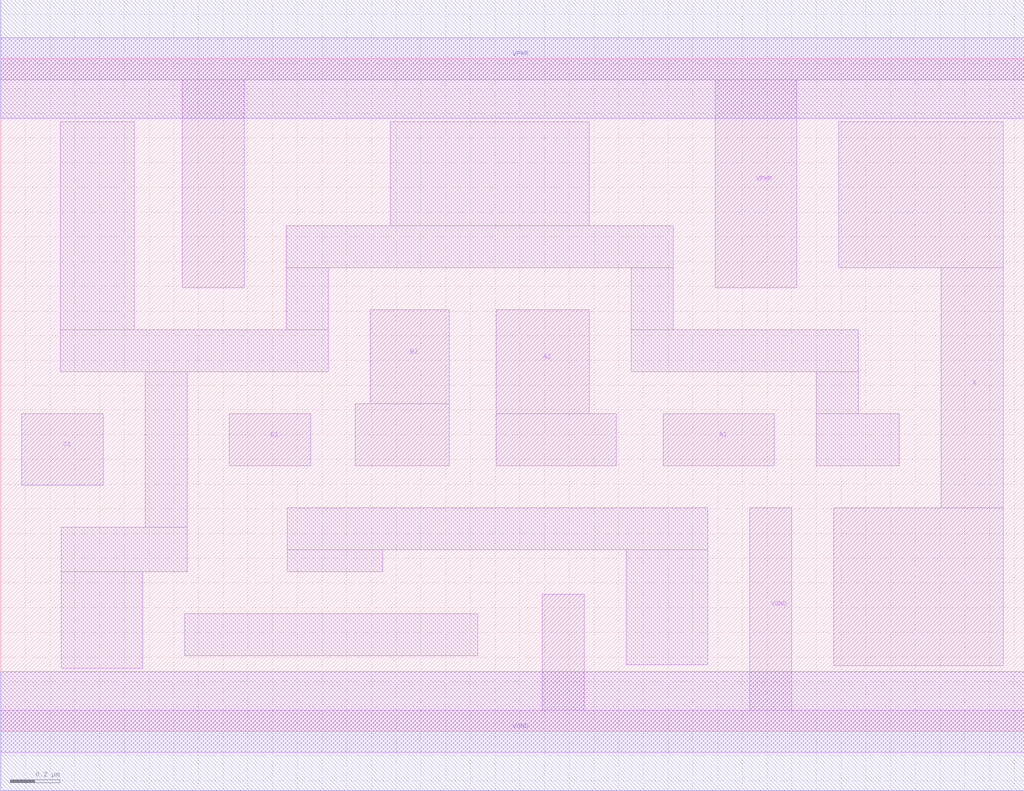
<source format=lef>
# Copyright 2020 The SkyWater PDK Authors
#
# Licensed under the Apache License, Version 2.0 (the "License");
# you may not use this file except in compliance with the License.
# You may obtain a copy of the License at
#
#     https://www.apache.org/licenses/LICENSE-2.0
#
# Unless required by applicable law or agreed to in writing, software
# distributed under the License is distributed on an "AS IS" BASIS,
# WITHOUT WARRANTIES OR CONDITIONS OF ANY KIND, either express or implied.
# See the License for the specific language governing permissions and
# limitations under the License.
#
# SPDX-License-Identifier: Apache-2.0

VERSION 5.5 ;
NAMESCASESENSITIVE ON ;
BUSBITCHARS "[]" ;
DIVIDERCHAR "/" ;
MACRO sky130_fd_sc_hd__o221a_1
  CLASS CORE ;
  SOURCE USER ;
  ORIGIN  0.000000  0.000000 ;
  SIZE  4.140000 BY  2.720000 ;
  SYMMETRY X Y R90 ;
  SITE unithd ;
  PIN A1
    ANTENNAGATEAREA  0.247500 ;
    DIRECTION INPUT ;
    USE SIGNAL ;
    PORT
      LAYER li1 ;
        RECT 2.680000 1.075000 3.130000 1.285000 ;
    END
  END A1
  PIN A2
    ANTENNAGATEAREA  0.247500 ;
    DIRECTION INPUT ;
    USE SIGNAL ;
    PORT
      LAYER li1 ;
        RECT 2.005000 1.075000 2.490000 1.285000 ;
        RECT 2.005000 1.285000 2.380000 1.705000 ;
    END
  END A2
  PIN B1
    ANTENNAGATEAREA  0.247500 ;
    DIRECTION INPUT ;
    USE SIGNAL ;
    PORT
      LAYER li1 ;
        RECT 0.925000 1.075000 1.255000 1.285000 ;
    END
  END B1
  PIN B2
    ANTENNAGATEAREA  0.247500 ;
    DIRECTION INPUT ;
    USE SIGNAL ;
    PORT
      LAYER li1 ;
        RECT 1.435000 1.075000 1.815000 1.325000 ;
        RECT 1.495000 1.325000 1.815000 1.705000 ;
    END
  END B2
  PIN C1
    ANTENNAGATEAREA  0.247500 ;
    DIRECTION INPUT ;
    USE SIGNAL ;
    PORT
      LAYER li1 ;
        RECT 0.085000 0.995000 0.415000 1.285000 ;
    END
  END C1
  PIN X
    ANTENNADIFFAREA  0.462000 ;
    DIRECTION OUTPUT ;
    USE SIGNAL ;
    PORT
      LAYER li1 ;
        RECT 3.370000 0.265000 4.055000 0.905000 ;
        RECT 3.390000 1.875000 4.055000 2.465000 ;
        RECT 3.805000 0.905000 4.055000 1.875000 ;
    END
  END X
  PIN VGND
    DIRECTION INOUT ;
    SHAPE ABUTMENT ;
    USE GROUND ;
    PORT
      LAYER li1 ;
        RECT 0.000000 -0.085000 4.140000 0.085000 ;
        RECT 2.190000  0.085000 2.360000 0.555000 ;
        RECT 3.030000  0.085000 3.200000 0.905000 ;
    END
    PORT
      LAYER met1 ;
        RECT 0.000000 -0.240000 4.140000 0.240000 ;
    END
  END VGND
  PIN VPWR
    DIRECTION INOUT ;
    SHAPE ABUTMENT ;
    USE POWER ;
    PORT
      LAYER li1 ;
        RECT 0.000000 2.635000 4.140000 2.805000 ;
        RECT 0.735000 1.795000 0.985000 2.635000 ;
        RECT 2.890000 1.795000 3.220000 2.635000 ;
    END
    PORT
      LAYER met1 ;
        RECT 0.000000 2.480000 4.140000 2.960000 ;
    END
  END VPWR
  OBS
    LAYER li1 ;
      RECT 0.240000 1.455000 1.325000 1.625000 ;
      RECT 0.240000 1.625000 0.540000 2.465000 ;
      RECT 0.245000 0.255000 0.575000 0.645000 ;
      RECT 0.245000 0.645000 0.755000 0.825000 ;
      RECT 0.585000 0.825000 0.755000 1.455000 ;
      RECT 0.745000 0.305000 1.930000 0.475000 ;
      RECT 1.155000 1.625000 1.325000 1.875000 ;
      RECT 1.155000 1.875000 2.720000 2.045000 ;
      RECT 1.160000 0.645000 1.545000 0.735000 ;
      RECT 1.160000 0.735000 2.860000 0.905000 ;
      RECT 1.575000 2.045000 2.380000 2.465000 ;
      RECT 2.530000 0.270000 2.860000 0.735000 ;
      RECT 2.550000 1.455000 3.470000 1.625000 ;
      RECT 2.550000 1.625000 2.720000 1.875000 ;
      RECT 3.300000 1.075000 3.635000 1.285000 ;
      RECT 3.300000 1.285000 3.470000 1.455000 ;
  END
END sky130_fd_sc_hd__o221a_1
END LIBRARY

</source>
